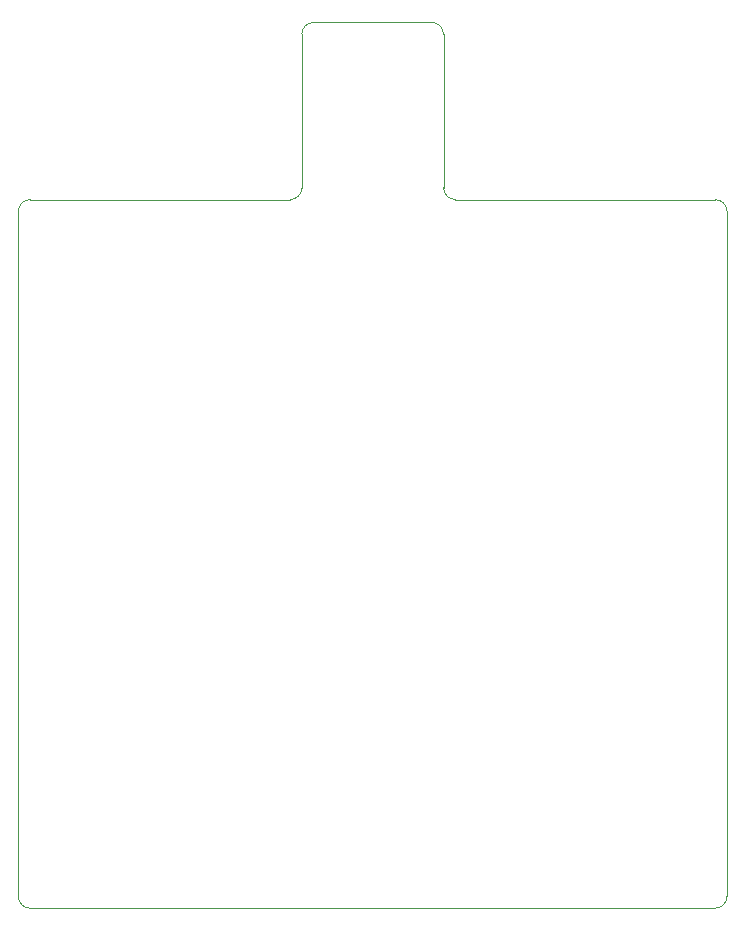
<source format=gm1>
%FSLAX43Y43*%
%MOMM*%
G71*
G01*
G75*
G04 Layer_Color=16711935*
%ADD10C,0.175*%
%ADD11C,0.300*%
%ADD12C,0.175*%
%ADD13C,0.300*%
%ADD14C,0.180*%
%ADD15C,0.220*%
%ADD16C,0.200*%
%ADD17R,1.000X0.950*%
%ADD18C,0.400*%
%ADD19R,0.400X1.350*%
%ADD20R,1.000X2.250*%
%ADD21R,1.150X1.400*%
%ADD22R,0.300X0.850*%
%ADD23R,0.850X0.300*%
%ADD24R,5.200X5.200*%
%ADD25R,2.600X2.600*%
%ADD26R,0.230X0.480*%
%ADD27R,0.480X0.230*%
%ADD28R,1.050X0.650*%
%ADD29R,1.300X0.600*%
%ADD30R,1.200X1.200*%
%ADD31R,1.200X1.350*%
%ADD32R,0.800X0.650*%
%ADD33R,0.500X0.600*%
%ADD34R,0.950X1.000*%
%ADD35R,0.600X0.900*%
%ADD36R,0.900X0.600*%
%ADD37R,0.650X0.800*%
%ADD38C,0.150*%
%ADD39C,0.500*%
%ADD40R,0.900X0.300*%
%ADD41R,1.800X1.900*%
G04:AMPARAMS|DCode=42|XSize=1.05mm|YSize=1.25mm|CornerRadius=0.525mm|HoleSize=0mm|Usage=FLASHONLY|Rotation=180.000|XOffset=0mm|YOffset=0mm|HoleType=Round|Shape=RoundedRectangle|*
%AMROUNDEDRECTD42*
21,1,1.050,0.200,0,0,180.0*
21,1,0.000,1.250,0,0,180.0*
1,1,1.050,0.000,0.100*
1,1,1.050,0.000,0.100*
1,1,1.050,0.000,-0.100*
1,1,1.050,0.000,-0.100*
%
%ADD42ROUNDEDRECTD42*%
G04:AMPARAMS|DCode=43|XSize=2.1mm|YSize=1.9mm|CornerRadius=0.494mm|HoleSize=0mm|Usage=FLASHONLY|Rotation=180.000|XOffset=0mm|YOffset=0mm|HoleType=Round|Shape=RoundedRectangle|*
%AMROUNDEDRECTD43*
21,1,2.100,0.912,0,0,180.0*
21,1,1.112,1.900,0,0,180.0*
1,1,0.988,-0.556,0.456*
1,1,0.988,0.556,0.456*
1,1,0.988,0.556,-0.456*
1,1,0.988,-0.556,-0.456*
%
%ADD43ROUNDEDRECTD43*%
%ADD44R,1.700X1.700*%
%ADD45C,1.700*%
%ADD46R,1.700X1.700*%
%ADD47O,0.800X1.100*%
%ADD48O,1.100X0.800*%
%ADD49C,1.524*%
%ADD50C,3.600*%
%ADD51C,0.550*%
%ADD52C,0.800*%
%ADD53C,1.016*%
%ADD54C,0.100*%
%ADD55R,12.000X12.000*%
%ADD56O,1.250X1.450*%
%ADD57O,1.425X2.100*%
%ADD58C,1.600*%
%ADD59C,1.250*%
G04:AMPARAMS|DCode=60|XSize=2.174mm|YSize=2.174mm|CornerRadius=0mm|HoleSize=0mm|Usage=FLASHONLY|Rotation=0.000|XOffset=0mm|YOffset=0mm|HoleType=Round|Shape=Relief|Width=0.254mm|Gap=0.254mm|Entries=4|*
%AMTHD60*
7,0,0,2.174,1.666,0.254,45*
%
%ADD60THD60*%
G04:AMPARAMS|DCode=61|XSize=2.524mm|YSize=2.524mm|CornerRadius=0mm|HoleSize=0mm|Usage=FLASHONLY|Rotation=0.000|XOffset=0mm|YOffset=0mm|HoleType=Round|Shape=Relief|Width=0.254mm|Gap=0.254mm|Entries=4|*
%AMTHD61*
7,0,0,2.524,2.016,0.254,45*
%
%ADD61THD61*%
%ADD62C,3.300*%
%ADD63C,0.850*%
%ADD64C,1.000*%
%ADD65C,0.254*%
%ADD66C,0.250*%
%ADD67C,1.420*%
%ADD68C,0.100*%
%ADD69C,0.050*%
%ADD70C,0.400*%
%ADD71R,3.248X0.599*%
%ADD72R,2.100X2.100*%
%ADD73O,0.750X1.100*%
%ADD74C,0.600*%
%ADD75O,1.100X0.750*%
%ADD76R,1.300X1.400*%
%ADD77R,0.900X0.510*%
%ADD78R,1.100X1.050*%
%ADD79R,0.500X1.450*%
%ADD80R,1.100X2.350*%
%ADD81R,1.250X1.500*%
%ADD82R,0.400X0.950*%
%ADD83R,0.950X0.400*%
%ADD84R,5.300X5.300*%
%ADD85R,2.700X2.700*%
%ADD86R,0.330X0.580*%
%ADD87R,0.580X0.330*%
%ADD88R,1.150X0.750*%
%ADD89R,1.400X0.700*%
%ADD90R,1.300X1.300*%
%ADD91R,1.300X1.450*%
%ADD92R,0.900X0.750*%
%ADD93R,0.600X0.700*%
%ADD94R,1.050X1.100*%
%ADD95R,0.700X1.000*%
%ADD96R,1.000X0.700*%
%ADD97R,0.750X0.900*%
%ADD98R,1.900X2.000*%
G04:AMPARAMS|DCode=99|XSize=1.15mm|YSize=1.35mm|CornerRadius=0.575mm|HoleSize=0mm|Usage=FLASHONLY|Rotation=180.000|XOffset=0mm|YOffset=0mm|HoleType=Round|Shape=RoundedRectangle|*
%AMROUNDEDRECTD99*
21,1,1.150,0.200,0,0,180.0*
21,1,0.000,1.350,0,0,180.0*
1,1,1.150,0.000,0.100*
1,1,1.150,0.000,0.100*
1,1,1.150,0.000,-0.100*
1,1,1.150,0.000,-0.100*
%
%ADD99ROUNDEDRECTD99*%
G04:AMPARAMS|DCode=100|XSize=2.2mm|YSize=2mm|CornerRadius=0.544mm|HoleSize=0mm|Usage=FLASHONLY|Rotation=180.000|XOffset=0mm|YOffset=0mm|HoleType=Round|Shape=RoundedRectangle|*
%AMROUNDEDRECTD100*
21,1,2.200,0.912,0,0,180.0*
21,1,1.112,2.000,0,0,180.0*
1,1,1.088,-0.556,0.456*
1,1,1.088,0.556,0.456*
1,1,1.088,0.556,-0.456*
1,1,1.088,-0.556,-0.456*
%
%ADD100ROUNDEDRECTD100*%
%ADD101R,1.800X1.800*%
%ADD102C,1.800*%
%ADD103R,1.800X1.800*%
%ADD104O,0.900X1.200*%
%ADD105O,1.200X0.900*%
%ADD106C,1.624*%
%ADD107C,3.700*%
%ADD108C,0.650*%
%ADD109C,0.900*%
D68*
X1000Y60009D02*
G03*
X0Y59009I0J-1000D01*
G01*
X60000D02*
G03*
X59000Y60009I-1000J0D01*
G01*
Y9D02*
G03*
X60000Y1009I0J1000D01*
G01*
X0D02*
G03*
X1000Y9I1000J0D01*
G01*
X25000Y75009D02*
G03*
X24000Y74009I0J-1000D01*
G01*
X36000D02*
G03*
X35000Y75009I-1000J0D01*
G01*
X36000Y61009D02*
G03*
X37000Y60009I1000J0D01*
G01*
X23000D02*
G03*
X24000Y61009I0J1000D01*
G01*
X0Y1009D02*
Y13259D01*
X1000Y9D02*
X59000D01*
X24000Y61009D02*
Y74009D01*
X25000Y75009D02*
X35000D01*
X36000Y61009D02*
Y74009D01*
X0Y13259D02*
Y59009D01*
X60000Y1009D02*
Y59009D01*
X1000Y60009D02*
X23000D01*
X37000D02*
X59000D01*
M02*

</source>
